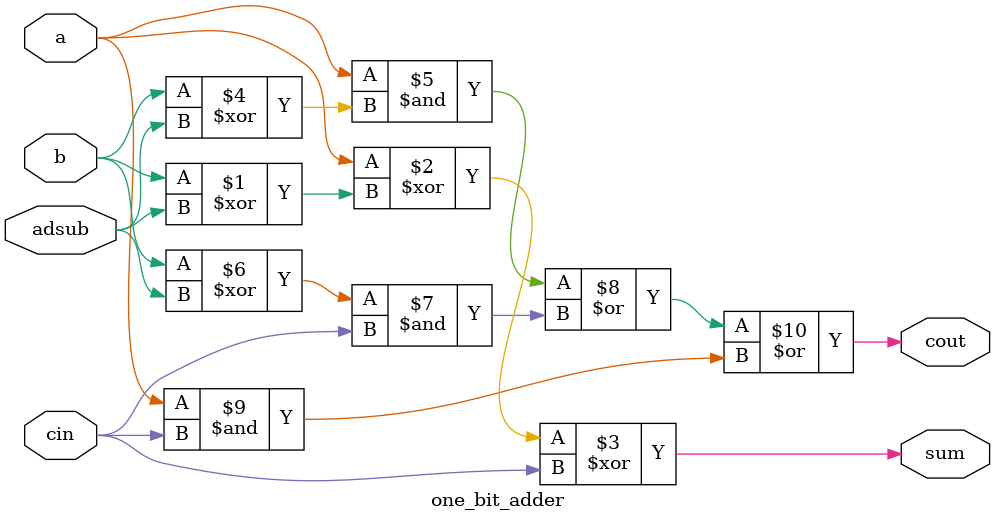
<source format=v>
`timescale 1ns / 1ps
module one_bit_adder(a,b,cin,adsub,sum,cout
    );
	 input a,b,cin,adsub;
	 output sum,cout;
	 wire sum,cout;
	 assign sum = a^(b^adsub)^cin;
	 assign cout = (a&(b^adsub))|((b^adsub)&cin)| (a&cin);
endmodule

</source>
